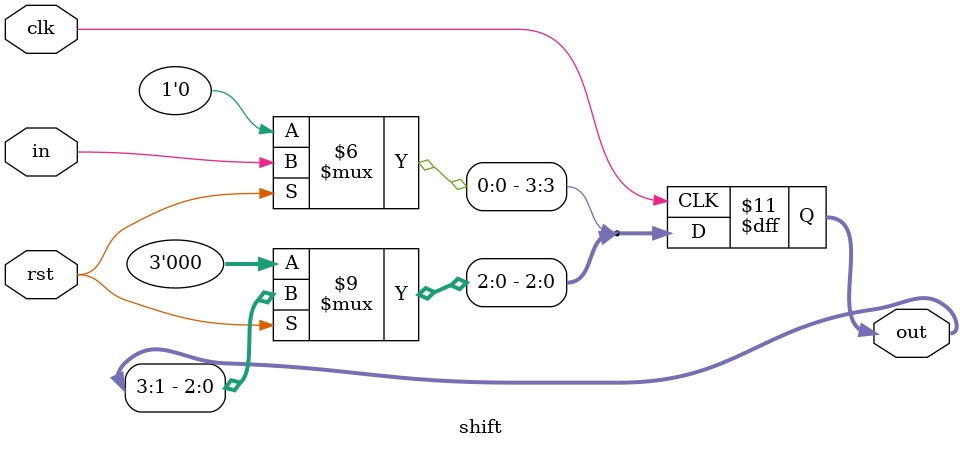
<source format=v>
`timescale 1ns / 1ps

module shift(
input clk, rst, in,
output reg [3:0] out
);

initial begin
out = 4'b0;
end

always@(posedge clk) begin
  if(rst == 0)
    out <= 4'b0;
  else begin
    out <= out >> 1;
    out[3] <= in;
  end
end
endmodule

</source>
